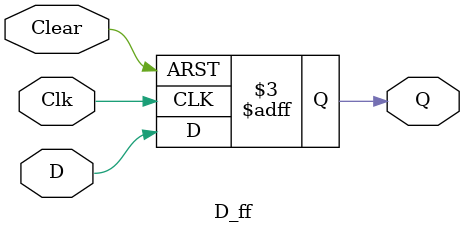
<source format=v>
`timescale 1ns / 1ps


module D_ff(
    input D,
    input Clk,
    input Clear,
    output reg Q
    );
    always @(posedge Clk or negedge Clear)
    begin
        if (!Clear)
            Q <= 0;
        else
            Q <= D;
    end
endmodule

</source>
